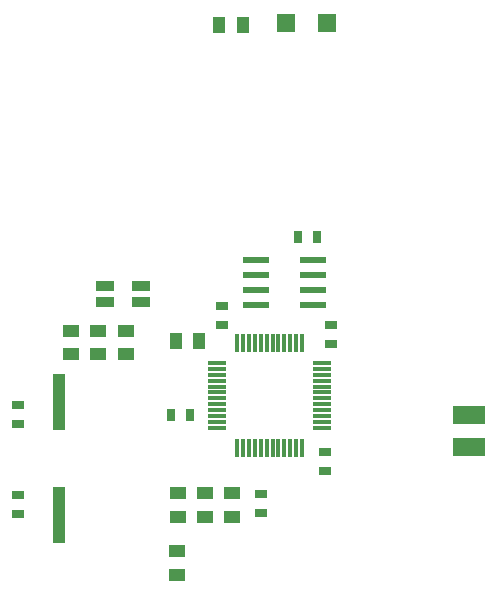
<source format=gtp>
G04*
G04 #@! TF.GenerationSoftware,Altium Limited,Altium Designer,20.0.13 (296)*
G04*
G04 Layer_Color=8421504*
%FSLAX44Y44*%
%MOMM*%
G71*
G01*
G75*
%ADD16R,2.7200X1.5300*%
%ADD17R,1.5000X1.5000*%
%ADD18R,1.0000X1.4000*%
%ADD19R,1.4000X1.0000*%
%ADD20R,1.1000X4.8000*%
%ADD21R,1.0000X0.8000*%
%ADD22R,0.3000X1.5000*%
%ADD23R,1.5000X0.3000*%
%ADD24R,2.2000X0.6000*%
%ADD25R,0.8000X1.0000*%
%ADD26R,1.5000X0.9000*%
D16*
X399250Y205160D02*
D03*
Y178340D02*
D03*
D17*
X279000Y537000D02*
D03*
X244000D02*
D03*
D18*
X187750Y535250D02*
D03*
X207750D02*
D03*
X151000Y267500D02*
D03*
X171000D02*
D03*
D19*
X152250Y69750D02*
D03*
Y89750D02*
D03*
X108750Y256500D02*
D03*
Y276500D02*
D03*
X85250Y256500D02*
D03*
Y276500D02*
D03*
X62250Y256500D02*
D03*
Y276500D02*
D03*
X176000Y118750D02*
D03*
Y138750D02*
D03*
X153250D02*
D03*
Y118750D02*
D03*
X198750D02*
D03*
Y138750D02*
D03*
D20*
X52500Y216250D02*
D03*
Y120250D02*
D03*
D21*
X17250Y197250D02*
D03*
Y213250D02*
D03*
Y137500D02*
D03*
Y121500D02*
D03*
X190000Y297250D02*
D03*
Y281250D02*
D03*
X223250Y138250D02*
D03*
Y122250D02*
D03*
X282750Y281250D02*
D03*
Y265250D02*
D03*
X277250Y158000D02*
D03*
Y174000D02*
D03*
D22*
X203000Y266250D02*
D03*
X208000D02*
D03*
X213000D02*
D03*
X218000D02*
D03*
X223000D02*
D03*
X228000D02*
D03*
X233000D02*
D03*
X238000D02*
D03*
X243000D02*
D03*
X248000D02*
D03*
X253000D02*
D03*
X258000D02*
D03*
Y177250D02*
D03*
X253000D02*
D03*
X248000D02*
D03*
X243000D02*
D03*
X238000D02*
D03*
X233000D02*
D03*
X228000D02*
D03*
X223000D02*
D03*
X218000D02*
D03*
X213000D02*
D03*
X208000D02*
D03*
X203000D02*
D03*
D23*
X275000Y249250D02*
D03*
Y244250D02*
D03*
Y239250D02*
D03*
Y234250D02*
D03*
Y229250D02*
D03*
Y224250D02*
D03*
Y219250D02*
D03*
Y214250D02*
D03*
Y209250D02*
D03*
Y204250D02*
D03*
Y199250D02*
D03*
Y194250D02*
D03*
X186000D02*
D03*
Y199250D02*
D03*
Y204250D02*
D03*
Y209250D02*
D03*
Y214250D02*
D03*
Y219250D02*
D03*
Y224250D02*
D03*
Y229250D02*
D03*
Y234250D02*
D03*
Y239250D02*
D03*
Y244250D02*
D03*
Y249250D02*
D03*
D24*
X219250Y336050D02*
D03*
Y323350D02*
D03*
Y310650D02*
D03*
Y297950D02*
D03*
X267250Y336050D02*
D03*
Y323350D02*
D03*
Y310650D02*
D03*
Y297950D02*
D03*
D25*
X270750Y356250D02*
D03*
X254750D02*
D03*
X162750Y205250D02*
D03*
X146750D02*
D03*
D26*
X121750Y300750D02*
D03*
Y314750D02*
D03*
X90750D02*
D03*
Y300750D02*
D03*
M02*

</source>
